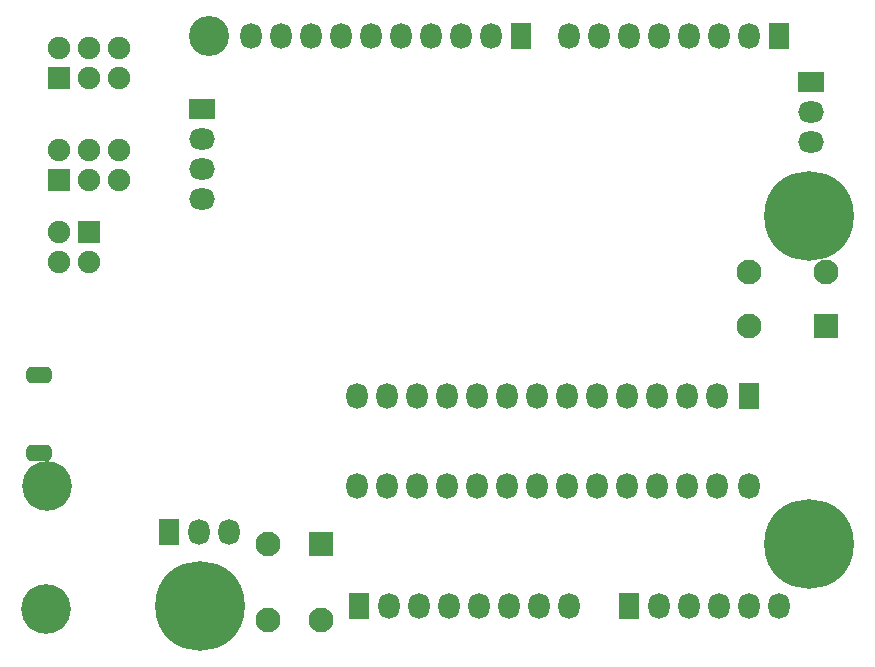
<source format=gbs>
G04*
G04 #@! TF.GenerationSoftware,Altium Limited,Altium Designer,22.1.2 (22)*
G04*
G04 Layer_Color=16711935*
%FSLAX44Y44*%
%MOMM*%
G71*
G04*
G04 #@! TF.SameCoordinates,1F279A6F-825B-41A2-8EC7-F4161A23EE25*
G04*
G04*
G04 #@! TF.FilePolarity,Negative*
G04*
G01*
G75*
%ADD40R,2.1000X2.1000*%
%ADD56C,4.2000*%
%ADD57C,2.1000*%
%ADD58R,2.1000X2.1000*%
%ADD59R,1.8000X2.2000*%
%ADD60O,1.8000X2.2000*%
%ADD61R,2.2000X1.8000*%
%ADD62O,2.2000X1.8000*%
%ADD63R,1.9000X1.9000*%
%ADD64C,1.9000*%
G04:AMPARAMS|DCode=65|XSize=2.2mm|YSize=1.4mm|CornerRadius=0.46mm|HoleSize=0mm|Usage=FLASHONLY|Rotation=180.000|XOffset=0mm|YOffset=0mm|HoleType=Round|Shape=RoundedRectangle|*
%AMROUNDEDRECTD65*
21,1,2.2000,0.4800,0,0,180.0*
21,1,1.2800,1.4000,0,0,180.0*
1,1,0.9200,-0.6400,0.2400*
1,1,0.9200,0.6400,0.2400*
1,1,0.9200,0.6400,-0.2400*
1,1,0.9200,-0.6400,-0.2400*
%
%ADD65ROUNDEDRECTD65*%
%ADD66C,7.6000*%
%ADD67C,3.4000*%
D40*
X247500Y78500D02*
D03*
D56*
X14750Y127500D02*
D03*
X14000Y23000D02*
D03*
D57*
X609500Y263000D02*
D03*
Y308000D02*
D03*
X674500D02*
D03*
X247500Y13500D02*
D03*
X202500D02*
D03*
Y78500D02*
D03*
D58*
X674500Y263000D02*
D03*
D59*
X118300Y88000D02*
D03*
X416560Y508000D02*
D03*
X635000D02*
D03*
X279400Y25400D02*
D03*
X508000D02*
D03*
X609600Y203200D02*
D03*
D60*
X169100Y88000D02*
D03*
X143700D02*
D03*
X391160Y508000D02*
D03*
X365760D02*
D03*
X340360D02*
D03*
X314960D02*
D03*
X289560D02*
D03*
X264160D02*
D03*
X238760D02*
D03*
X213360D02*
D03*
X187960D02*
D03*
X609600D02*
D03*
X584200D02*
D03*
X558800D02*
D03*
X533400D02*
D03*
X508000D02*
D03*
X482600D02*
D03*
X457200D02*
D03*
X304800Y25400D02*
D03*
X330200D02*
D03*
X355600D02*
D03*
X381000D02*
D03*
X406400D02*
D03*
X431800D02*
D03*
X457200D02*
D03*
X533400D02*
D03*
X558800D02*
D03*
X584200D02*
D03*
X635000D02*
D03*
X609600D02*
D03*
X302800Y127000D02*
D03*
X328200D02*
D03*
X353600D02*
D03*
X379000D02*
D03*
X404400D02*
D03*
X429800D02*
D03*
X455200D02*
D03*
X480600D02*
D03*
X506000D02*
D03*
X531400D02*
D03*
X556800D02*
D03*
X582200D02*
D03*
X609600D02*
D03*
X277400Y203200D02*
D03*
X302800D02*
D03*
X328200D02*
D03*
X353600D02*
D03*
X379000D02*
D03*
X404400D02*
D03*
X429800D02*
D03*
X455200D02*
D03*
X480600D02*
D03*
X506000D02*
D03*
X531400D02*
D03*
X556800D02*
D03*
X582200D02*
D03*
X277400Y127000D02*
D03*
D61*
X146000Y446000D02*
D03*
X662000Y469000D02*
D03*
D62*
X146000Y369800D02*
D03*
Y395200D02*
D03*
Y420600D02*
D03*
X662000Y443600D02*
D03*
Y418200D02*
D03*
D63*
X50800Y342000D02*
D03*
X25400Y386080D02*
D03*
Y472440D02*
D03*
D64*
Y342000D02*
D03*
X50800Y316600D02*
D03*
X25400D02*
D03*
X50800Y386080D02*
D03*
X76200D02*
D03*
X25400Y411480D02*
D03*
X50800D02*
D03*
X76200D02*
D03*
X50800Y472440D02*
D03*
X76200D02*
D03*
X25400Y497840D02*
D03*
X50800D02*
D03*
X76200D02*
D03*
D65*
X8620Y155000D02*
D03*
Y221000D02*
D03*
D66*
X144780Y25400D02*
D03*
X660000Y78000D02*
D03*
X660400Y355600D02*
D03*
D67*
X152400Y508000D02*
D03*
M02*

</source>
